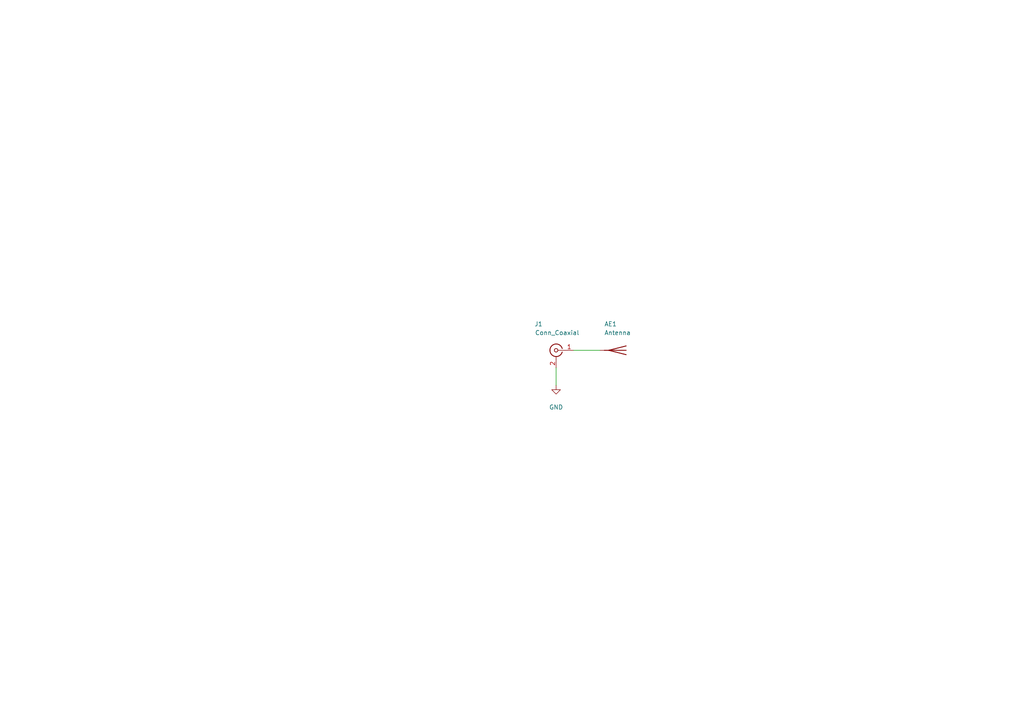
<source format=kicad_sch>
(kicad_sch (version 20211123) (generator eeschema)

  (uuid 6617bd93-8366-496e-8439-3844bc2ac081)

  (paper "A4")

  (title_block
    (title "Antenne MW ODMR")
    (rev "v01")
    (company "IEMN - Centrale Lille")
    (comment 1 "Auteur : Noé Pigret")
  )

  (lib_symbols
    (symbol "Connector:Conn_Coaxial" (pin_names (offset 1.016) hide) (in_bom yes) (on_board yes)
      (property "Reference" "J" (id 0) (at 0.254 3.048 0)
        (effects (font (size 1.27 1.27)))
      )
      (property "Value" "Conn_Coaxial" (id 1) (at 2.921 0 90)
        (effects (font (size 1.27 1.27)))
      )
      (property "Footprint" "" (id 2) (at 0 0 0)
        (effects (font (size 1.27 1.27)) hide)
      )
      (property "Datasheet" " ~" (id 3) (at 0 0 0)
        (effects (font (size 1.27 1.27)) hide)
      )
      (property "ki_keywords" "BNC SMA SMB SMC LEMO coaxial connector CINCH RCA" (id 4) (at 0 0 0)
        (effects (font (size 1.27 1.27)) hide)
      )
      (property "ki_description" "coaxial connector (BNC, SMA, SMB, SMC, Cinch/RCA, LEMO, ...)" (id 5) (at 0 0 0)
        (effects (font (size 1.27 1.27)) hide)
      )
      (property "ki_fp_filters" "*BNC* *SMA* *SMB* *SMC* *Cinch* *LEMO*" (id 6) (at 0 0 0)
        (effects (font (size 1.27 1.27)) hide)
      )
      (symbol "Conn_Coaxial_0_1"
        (arc (start -1.778 -0.508) (mid 0.2311 -1.8066) (end 1.778 0)
          (stroke (width 0.254) (type default) (color 0 0 0 0))
          (fill (type none))
        )
        (polyline
          (pts
            (xy -2.54 0)
            (xy -0.508 0)
          )
          (stroke (width 0) (type default) (color 0 0 0 0))
          (fill (type none))
        )
        (polyline
          (pts
            (xy 0 -2.54)
            (xy 0 -1.778)
          )
          (stroke (width 0) (type default) (color 0 0 0 0))
          (fill (type none))
        )
        (circle (center 0 0) (radius 0.508)
          (stroke (width 0.2032) (type default) (color 0 0 0 0))
          (fill (type none))
        )
        (arc (start 1.778 0) (mid 0.2099 1.8101) (end -1.778 0.508)
          (stroke (width 0.254) (type default) (color 0 0 0 0))
          (fill (type none))
        )
      )
      (symbol "Conn_Coaxial_1_1"
        (pin passive line (at -5.08 0 0) (length 2.54)
          (name "In" (effects (font (size 1.27 1.27))))
          (number "1" (effects (font (size 1.27 1.27))))
        )
        (pin passive line (at 0 -5.08 90) (length 2.54)
          (name "Ext" (effects (font (size 1.27 1.27))))
          (number "2" (effects (font (size 1.27 1.27))))
        )
      )
    )
    (symbol "Device:Antenna" (pin_numbers hide) (pin_names (offset 1.016) hide) (in_bom yes) (on_board yes)
      (property "Reference" "AE" (id 0) (at -1.905 1.905 0)
        (effects (font (size 1.27 1.27)) (justify right))
      )
      (property "Value" "Antenna" (id 1) (at -1.905 0 0)
        (effects (font (size 1.27 1.27)) (justify right))
      )
      (property "Footprint" "" (id 2) (at 0 0 0)
        (effects (font (size 1.27 1.27)) hide)
      )
      (property "Datasheet" "~" (id 3) (at 0 0 0)
        (effects (font (size 1.27 1.27)) hide)
      )
      (property "ki_keywords" "antenna" (id 4) (at 0 0 0)
        (effects (font (size 1.27 1.27)) hide)
      )
      (property "ki_description" "Antenna" (id 5) (at 0 0 0)
        (effects (font (size 1.27 1.27)) hide)
      )
      (symbol "Antenna_0_1"
        (polyline
          (pts
            (xy 0 2.54)
            (xy 0 -3.81)
          )
          (stroke (width 0.254) (type default) (color 0 0 0 0))
          (fill (type none))
        )
        (polyline
          (pts
            (xy 1.27 2.54)
            (xy 0 -2.54)
            (xy -1.27 2.54)
          )
          (stroke (width 0.254) (type default) (color 0 0 0 0))
          (fill (type none))
        )
      )
      (symbol "Antenna_1_1"
        (pin input line (at 0 -5.08 90) (length 2.54)
          (name "A" (effects (font (size 1.27 1.27))))
          (number "1" (effects (font (size 1.27 1.27))))
        )
      )
    )
    (symbol "power:GND" (power) (pin_names (offset 0)) (in_bom yes) (on_board yes)
      (property "Reference" "#PWR" (id 0) (at 0 -6.35 0)
        (effects (font (size 1.27 1.27)) hide)
      )
      (property "Value" "GND" (id 1) (at 0 -3.81 0)
        (effects (font (size 1.27 1.27)))
      )
      (property "Footprint" "" (id 2) (at 0 0 0)
        (effects (font (size 1.27 1.27)) hide)
      )
      (property "Datasheet" "" (id 3) (at 0 0 0)
        (effects (font (size 1.27 1.27)) hide)
      )
      (property "ki_keywords" "power-flag" (id 4) (at 0 0 0)
        (effects (font (size 1.27 1.27)) hide)
      )
      (property "ki_description" "Power symbol creates a global label with name \"GND\" , ground" (id 5) (at 0 0 0)
        (effects (font (size 1.27 1.27)) hide)
      )
      (symbol "GND_0_1"
        (polyline
          (pts
            (xy 0 0)
            (xy 0 -1.27)
            (xy 1.27 -1.27)
            (xy 0 -2.54)
            (xy -1.27 -1.27)
            (xy 0 -1.27)
          )
          (stroke (width 0) (type default) (color 0 0 0 0))
          (fill (type none))
        )
      )
      (symbol "GND_1_1"
        (pin power_in line (at 0 0 270) (length 0) hide
          (name "GND" (effects (font (size 1.27 1.27))))
          (number "1" (effects (font (size 1.27 1.27))))
        )
      )
    )
  )



  (wire (pts (xy 161.29 106.68) (xy 161.29 111.76))
    (stroke (width 0) (type default) (color 0 0 0 0))
    (uuid 149c67e0-0aab-4def-9fc3-61edfdfddd24)
  )
  (wire (pts (xy 166.37 101.6) (xy 173.99 101.6))
    (stroke (width 0) (type default) (color 0 0 0 0))
    (uuid b72c8071-5b5b-465d-99f3-9d5d9e537dc9)
  )

  (symbol (lib_id "Connector:Conn_Coaxial") (at 161.29 101.6 0) (mirror y) (unit 1)
    (in_bom yes) (on_board yes)
    (uuid 18d0eedc-c4bc-404c-ae76-6b506ee2e41e)
    (property "Reference" "J1" (id 0) (at 156.21 93.98 0))
    (property "Value" "Conn_Coaxial" (id 1) (at 161.6074 96.52 0))
    (property "Footprint" "Antenne_MW_footprints_library:SMA Connector Qsense Project" (id 2) (at 161.29 101.6 0)
      (effects (font (size 1.27 1.27)) hide)
    )
    (property "Datasheet" " ~" (id 3) (at 161.29 101.6 0)
      (effects (font (size 1.27 1.27)) hide)
    )
    (pin "1" (uuid a8757c8c-3041-4068-b277-bff26ef3651c))
    (pin "2" (uuid 97f1c8f6-4262-4da2-aaf4-2e0655376574))
  )

  (symbol (lib_id "Device:Antenna") (at 179.07 101.6 270) (unit 1)
    (in_bom yes) (on_board yes)
    (uuid f350675a-72f0-4fb6-8ea8-3b6cf67c5487)
    (property "Reference" "AE1" (id 0) (at 175.26 93.98 90)
      (effects (font (size 1.27 1.27)) (justify left))
    )
    (property "Value" "Antenna" (id 1) (at 175.26 96.52 90)
      (effects (font (size 1.27 1.27)) (justify left))
    )
    (property "Footprint" "" (id 2) (at 179.07 101.6 0)
      (effects (font (size 1.27 1.27)) hide)
    )
    (property "Datasheet" "~" (id 3) (at 179.07 101.6 0)
      (effects (font (size 1.27 1.27)) hide)
    )
    (pin "1" (uuid fe1f69ee-2075-4c4e-98e5-db3534ce3ede))
  )

  (symbol (lib_id "power:GND") (at 161.29 111.76 0) (unit 1)
    (in_bom yes) (on_board yes)
    (uuid f778add5-f6f8-4239-9f12-f148206feb16)
    (property "Reference" "#PWR0101" (id 0) (at 161.29 118.11 0)
      (effects (font (size 1.27 1.27)) hide)
    )
    (property "Value" "GND" (id 1) (at 161.29 118.11 0))
    (property "Footprint" "" (id 2) (at 161.29 111.76 0)
      (effects (font (size 1.27 1.27)) hide)
    )
    (property "Datasheet" "" (id 3) (at 161.29 111.76 0)
      (effects (font (size 1.27 1.27)) hide)
    )
    (pin "1" (uuid 5aea2338-c99b-476b-87da-9ca2c2d12284))
  )

  (sheet_instances
    (path "/" (page "1"))
  )

  (symbol_instances
    (path "/f778add5-f6f8-4239-9f12-f148206feb16"
      (reference "#PWR0101") (unit 1) (value "GND") (footprint "")
    )
    (path "/f350675a-72f0-4fb6-8ea8-3b6cf67c5487"
      (reference "AE1") (unit 1) (value "Antenna") (footprint "")
    )
    (path "/18d0eedc-c4bc-404c-ae76-6b506ee2e41e"
      (reference "J1") (unit 1) (value "Conn_Coaxial") (footprint "Antenne_MW_footprints_library:SMA Connector Qsense Project")
    )
  )
)

</source>
